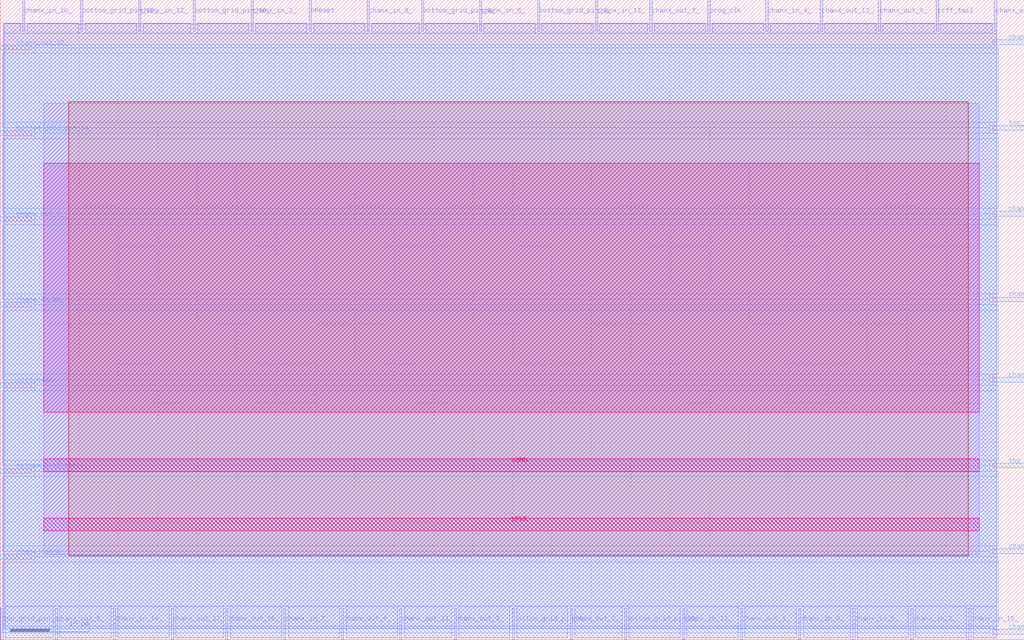
<source format=lef>
VERSION 5.7 ;
  NAMESCASESENSITIVE ON ;
  NOWIREEXTENSIONATPIN ON ;
  DIVIDERCHAR "/" ;
  BUSBITCHARS "[]" ;
UNITS
  DATABASE MICRONS 200 ;
END UNITS

MACRO cbx_1__0_
  CLASS BLOCK ;
  FOREIGN cbx_1__0_ ;
  ORIGIN 0.000 0.000 ;
  SIZE 129.920 BY 81.200 ;
  PIN bottom_grid_pin_0_
    DIRECTION OUTPUT TRISTATE ;
    PORT
      LAYER met3 ;
        RECT 0.000 21.120 4.000 21.720 ;
    END
  END bottom_grid_pin_0_
  PIN bottom_grid_pin_10_
    DIRECTION OUTPUT TRISTATE ;
    PORT
      LAYER met2 ;
        RECT 24.470 77.200 24.750 81.200 ;
    END
  END bottom_grid_pin_10_
  PIN bottom_grid_pin_12_
    DIRECTION OUTPUT TRISTATE ;
    PORT
      LAYER met2 ;
        RECT 10.210 77.200 10.490 81.200 ;
    END
  END bottom_grid_pin_12_
  PIN bottom_grid_pin_14_
    DIRECTION OUTPUT TRISTATE ;
    PORT
      LAYER met3 ;
        RECT 0.000 63.960 4.000 64.560 ;
    END
  END bottom_grid_pin_14_
  PIN bottom_grid_pin_2_
    DIRECTION OUTPUT TRISTATE ;
    PORT
      LAYER met2 ;
        RECT 68.170 77.200 68.450 81.200 ;
    END
  END bottom_grid_pin_2_
  PIN bottom_grid_pin_4_
    DIRECTION OUTPUT TRISTATE ;
    PORT
      LAYER met2 ;
        RECT 64.950 0.000 65.230 4.000 ;
    END
  END bottom_grid_pin_4_
  PIN bottom_grid_pin_6_
    DIRECTION OUTPUT TRISTATE ;
    PORT
      LAYER met2 ;
        RECT 79.210 0.000 79.490 4.000 ;
    END
  END bottom_grid_pin_6_
  PIN bottom_grid_pin_8_
    DIRECTION OUTPUT TRISTATE ;
    PORT
      LAYER met2 ;
        RECT 53.450 77.200 53.730 81.200 ;
    END
  END bottom_grid_pin_8_
  PIN ccff_head
    DIRECTION INPUT ;
    PORT
      LAYER met3 ;
        RECT 0.000 32.000 4.000 32.600 ;
    END
  END ccff_head
  PIN ccff_tail
    DIRECTION OUTPUT TRISTATE ;
    PORT
      LAYER met2 ;
        RECT 118.770 77.200 119.050 81.200 ;
    END
  END ccff_tail
  PIN chanx_in_0_
    DIRECTION INPUT ;
    PORT
      LAYER met3 ;
        RECT 125.920 42.880 129.920 43.480 ;
    END
  END chanx_in_0_
  PIN chanx_in_10_
    DIRECTION INPUT ;
    PORT
      LAYER met2 ;
        RECT 2.850 77.200 3.130 81.200 ;
    END
  END chanx_in_10_
  PIN chanx_in_11_
    DIRECTION INPUT ;
    PORT
      LAYER met2 ;
        RECT 86.570 0.000 86.850 4.000 ;
    END
  END chanx_in_11_
  PIN chanx_in_12_
    DIRECTION INPUT ;
    PORT
      LAYER met2 ;
        RECT 17.570 77.200 17.850 81.200 ;
    END
  END chanx_in_12_
  PIN chanx_in_13_
    DIRECTION INPUT ;
    PORT
      LAYER met2 ;
        RECT 75.530 77.200 75.810 81.200 ;
    END
  END chanx_in_13_
  PIN chanx_in_14_
    DIRECTION INPUT ;
    PORT
      LAYER met2 ;
        RECT 14.350 0.000 14.630 4.000 ;
    END
  END chanx_in_14_
  PIN chanx_in_15_
    DIRECTION INPUT ;
    PORT
      LAYER met2 ;
        RECT 122.910 0.000 123.190 4.000 ;
    END
  END chanx_in_15_
  PIN chanx_in_16_
    DIRECTION INPUT ;
    PORT
      LAYER met3 ;
        RECT 0.000 42.200 4.000 42.800 ;
    END
  END chanx_in_16_
  PIN chanx_in_17_
    DIRECTION INPUT ;
    PORT
      LAYER met3 ;
        RECT 125.920 10.920 129.920 11.520 ;
    END
  END chanx_in_17_
  PIN chanx_in_1_
    DIRECTION INPUT ;
    PORT
      LAYER met3 ;
        RECT 125.920 75.520 129.920 76.120 ;
    END
  END chanx_in_1_
  PIN chanx_in_2_
    DIRECTION INPUT ;
    PORT
      LAYER met2 ;
        RECT 115.550 0.000 115.830 4.000 ;
    END
  END chanx_in_2_
  PIN chanx_in_3_
    DIRECTION INPUT ;
    PORT
      LAYER met2 ;
        RECT 31.830 77.200 32.110 81.200 ;
    END
  END chanx_in_3_
  PIN chanx_in_4_
    DIRECTION INPUT ;
    PORT
      LAYER met2 ;
        RECT 97.150 77.200 97.430 81.200 ;
    END
  END chanx_in_4_
  PIN chanx_in_5_
    DIRECTION INPUT ;
    PORT
      LAYER met2 ;
        RECT 108.190 0.000 108.470 4.000 ;
    END
  END chanx_in_5_
  PIN chanx_in_6_
    DIRECTION INPUT ;
    PORT
      LAYER met2 ;
        RECT 60.810 77.200 61.090 81.200 ;
    END
  END chanx_in_6_
  PIN chanx_in_7_
    DIRECTION INPUT ;
    PORT
      LAYER met2 ;
        RECT 35.970 0.000 36.250 4.000 ;
    END
  END chanx_in_7_
  PIN chanx_in_8_
    DIRECTION INPUT ;
    PORT
      LAYER met2 ;
        RECT 46.550 77.200 46.830 81.200 ;
    END
  END chanx_in_8_
  PIN chanx_in_9_
    DIRECTION INPUT ;
    PORT
      LAYER met2 ;
        RECT 101.290 0.000 101.570 4.000 ;
    END
  END chanx_in_9_
  PIN chanx_out_0_
    DIRECTION OUTPUT TRISTATE ;
    PORT
      LAYER met2 ;
        RECT 111.410 77.200 111.690 81.200 ;
    END
  END chanx_out_0_
  PIN chanx_out_10_
    DIRECTION OUTPUT TRISTATE ;
    PORT
      LAYER met3 ;
        RECT 0.000 74.840 4.000 75.440 ;
    END
  END chanx_out_10_
  PIN chanx_out_11_
    DIRECTION OUTPUT TRISTATE ;
    PORT
      LAYER met2 ;
        RECT 50.690 0.000 50.970 4.000 ;
    END
  END chanx_out_11_
  PIN chanx_out_12_
    DIRECTION OUTPUT TRISTATE ;
    PORT
      LAYER met3 ;
        RECT 125.920 53.760 129.920 54.360 ;
    END
  END chanx_out_12_
  PIN chanx_out_13_
    DIRECTION OUTPUT TRISTATE ;
    PORT
      LAYER met2 ;
        RECT 104.050 77.200 104.330 81.200 ;
    END
  END chanx_out_13_
  PIN chanx_out_14_
    DIRECTION OUTPUT TRISTATE ;
    PORT
      LAYER met2 ;
        RECT 126.130 77.200 126.410 81.200 ;
    END
  END chanx_out_14_
  PIN chanx_out_15_
    DIRECTION OUTPUT TRISTATE ;
    PORT
      LAYER met3 ;
        RECT 125.920 0.720 129.920 1.320 ;
    END
  END chanx_out_15_
  PIN chanx_out_16_
    DIRECTION OUTPUT TRISTATE ;
    PORT
      LAYER met2 ;
        RECT 28.610 0.000 28.890 4.000 ;
    END
  END chanx_out_16_
  PIN chanx_out_17_
    DIRECTION OUTPUT TRISTATE ;
    PORT
      LAYER met2 ;
        RECT 21.710 0.000 21.990 4.000 ;
    END
  END chanx_out_17_
  PIN chanx_out_1_
    DIRECTION OUTPUT TRISTATE ;
    PORT
      LAYER met2 ;
        RECT 93.930 0.000 94.210 4.000 ;
    END
  END chanx_out_1_
  PIN chanx_out_2_
    DIRECTION OUTPUT TRISTATE ;
    PORT
      LAYER met2 ;
        RECT 72.310 0.000 72.590 4.000 ;
    END
  END chanx_out_2_
  PIN chanx_out_3_
    DIRECTION OUTPUT TRISTATE ;
    PORT
      LAYER met2 ;
        RECT 57.590 0.000 57.870 4.000 ;
    END
  END chanx_out_3_
  PIN chanx_out_4_
    DIRECTION OUTPUT TRISTATE ;
    PORT
      LAYER met2 ;
        RECT 43.330 0.000 43.610 4.000 ;
    END
  END chanx_out_4_
  PIN chanx_out_5_
    DIRECTION OUTPUT TRISTATE ;
    PORT
      LAYER met3 ;
        RECT 0.000 53.080 4.000 53.680 ;
    END
  END chanx_out_5_
  PIN chanx_out_6_
    DIRECTION OUTPUT TRISTATE ;
    PORT
      LAYER met2 ;
        RECT 6.990 0.000 7.270 4.000 ;
    END
  END chanx_out_6_
  PIN chanx_out_7_
    DIRECTION OUTPUT TRISTATE ;
    PORT
      LAYER met2 ;
        RECT 82.430 77.200 82.710 81.200 ;
    END
  END chanx_out_7_
  PIN chanx_out_8_
    DIRECTION OUTPUT TRISTATE ;
    PORT
      LAYER met3 ;
        RECT 125.920 32.680 129.920 33.280 ;
    END
  END chanx_out_8_
  PIN chanx_out_9_
    DIRECTION OUTPUT TRISTATE ;
    PORT
      LAYER met3 ;
        RECT 0.000 10.240 4.000 10.840 ;
    END
  END chanx_out_9_
  PIN pReset
    DIRECTION INPUT ;
    PORT
      LAYER met2 ;
        RECT 39.190 77.200 39.470 81.200 ;
    END
  END pReset
  PIN prog_clk
    DIRECTION INPUT ;
    PORT
      LAYER met2 ;
        RECT 89.790 77.200 90.070 81.200 ;
    END
  END prog_clk
  PIN top_grid_pin_14_
    DIRECTION OUTPUT TRISTATE ;
    PORT
      LAYER met3 ;
        RECT 125.920 64.640 129.920 65.240 ;
    END
  END top_grid_pin_14_
  PIN top_grid_pin_2_
    DIRECTION OUTPUT TRISTATE ;
    PORT
      LAYER met3 ;
        RECT 125.920 21.800 129.920 22.400 ;
    END
  END top_grid_pin_2_
  PIN top_grid_pin_6_
    DIRECTION OUTPUT TRISTATE ;
    PORT
      LAYER met2 ;
        RECT 0.090 0.000 0.370 4.000 ;
    END
  END top_grid_pin_6_
  PIN VPWR
    DIRECTION INPUT ;
    USE POWER ;
    PORT
      LAYER met5 ;
        RECT 5.520 13.840 124.200 15.440 ;
    END
  END VPWR
  PIN VGND
    DIRECTION INPUT ;
    USE GROUND ;
    PORT
      LAYER met5 ;
        RECT 5.520 21.340 124.200 22.940 ;
    END
  END VGND
  OBS
      LAYER li1 ;
        RECT 5.520 10.795 124.200 68.085 ;
      LAYER met1 ;
        RECT 0.530 1.400 126.430 78.160 ;
      LAYER met2 ;
        RECT 0.370 76.920 2.570 78.190 ;
        RECT 3.410 76.920 9.930 78.190 ;
        RECT 10.770 76.920 17.290 78.190 ;
        RECT 18.130 76.920 24.190 78.190 ;
        RECT 25.030 76.920 31.550 78.190 ;
        RECT 32.390 76.920 38.910 78.190 ;
        RECT 39.750 76.920 46.270 78.190 ;
        RECT 47.110 76.920 53.170 78.190 ;
        RECT 54.010 76.920 60.530 78.190 ;
        RECT 61.370 76.920 67.890 78.190 ;
        RECT 68.730 76.920 75.250 78.190 ;
        RECT 76.090 76.920 82.150 78.190 ;
        RECT 82.990 76.920 89.510 78.190 ;
        RECT 90.350 76.920 96.870 78.190 ;
        RECT 97.710 76.920 103.770 78.190 ;
        RECT 104.610 76.920 111.130 78.190 ;
        RECT 111.970 76.920 118.490 78.190 ;
        RECT 119.330 76.920 125.850 78.190 ;
        RECT 0.370 4.280 126.410 76.920 ;
        RECT 0.650 0.270 6.710 4.280 ;
        RECT 7.550 0.270 14.070 4.280 ;
        RECT 14.910 0.270 21.430 4.280 ;
        RECT 22.270 0.270 28.330 4.280 ;
        RECT 29.170 0.270 35.690 4.280 ;
        RECT 36.530 0.270 43.050 4.280 ;
        RECT 43.890 0.270 50.410 4.280 ;
        RECT 51.250 0.270 57.310 4.280 ;
        RECT 58.150 0.270 64.670 4.280 ;
        RECT 65.510 0.270 72.030 4.280 ;
        RECT 72.870 0.270 78.930 4.280 ;
        RECT 79.770 0.270 86.290 4.280 ;
        RECT 87.130 0.270 93.650 4.280 ;
        RECT 94.490 0.270 101.010 4.280 ;
        RECT 101.850 0.270 107.910 4.280 ;
        RECT 108.750 0.270 115.270 4.280 ;
        RECT 116.110 0.270 122.630 4.280 ;
        RECT 123.470 0.270 126.410 4.280 ;
      LAYER met3 ;
        RECT 4.400 75.120 125.520 75.520 ;
        RECT 4.400 74.440 126.650 75.120 ;
        RECT 0.310 65.640 126.650 74.440 ;
        RECT 0.310 64.960 125.520 65.640 ;
        RECT 4.400 64.240 125.520 64.960 ;
        RECT 4.400 63.560 126.650 64.240 ;
        RECT 0.310 54.760 126.650 63.560 ;
        RECT 0.310 54.080 125.520 54.760 ;
        RECT 4.400 53.360 125.520 54.080 ;
        RECT 4.400 52.680 126.650 53.360 ;
        RECT 0.310 43.880 126.650 52.680 ;
        RECT 0.310 43.200 125.520 43.880 ;
        RECT 4.400 42.480 125.520 43.200 ;
        RECT 4.400 41.800 126.650 42.480 ;
        RECT 0.310 33.680 126.650 41.800 ;
        RECT 0.310 33.000 125.520 33.680 ;
        RECT 4.400 32.280 125.520 33.000 ;
        RECT 4.400 31.600 126.650 32.280 ;
        RECT 0.310 22.800 126.650 31.600 ;
        RECT 0.310 22.120 125.520 22.800 ;
        RECT 4.400 21.400 125.520 22.120 ;
        RECT 4.400 20.720 126.650 21.400 ;
        RECT 0.310 11.920 126.650 20.720 ;
        RECT 0.310 11.240 125.520 11.920 ;
        RECT 4.400 10.520 125.520 11.240 ;
        RECT 4.400 9.840 126.650 10.520 ;
        RECT 0.310 1.720 126.650 9.840 ;
        RECT 0.310 0.870 125.520 1.720 ;
      LAYER met4 ;
        RECT 8.720 10.640 122.820 68.240 ;
      LAYER met5 ;
        RECT 5.520 28.840 124.200 60.440 ;
  END
END cbx_1__0_
END LIBRARY


</source>
